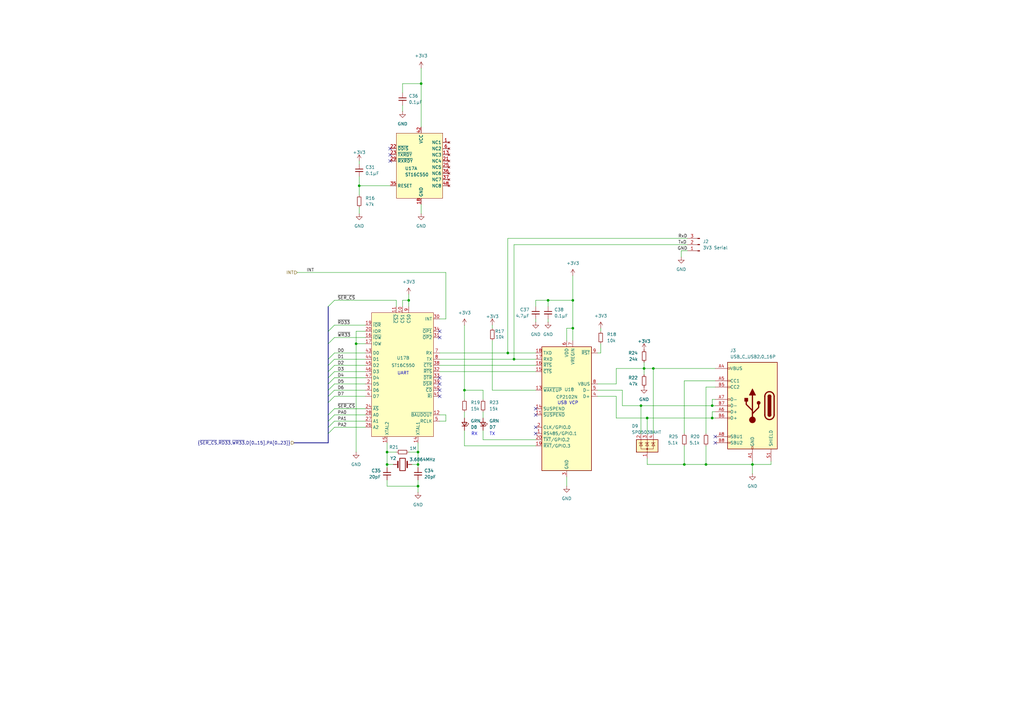
<source format=kicad_sch>
(kicad_sch (version 20231120) (generator "eeschema") (generator_version "8.0")
  (paper "A3")
  (title_block (title "NS32016 Toy PCB") (date "2024-07-24") (rev "Rev 2") (comment 1 "bson@rockgarden.net") (comment 2 "Jan Brittenson") (comment 3 "UART, USB VCP"))
  (lib_symbols
    (symbol "CP2102N:CP2102N-QFN20"
      (property "Reference" "U" (at -8.89 26.67 0))
      (property "Value" "CP2102N-QFN20" (at 12.7 26.67 0))
      (symbol "CP2102N-QFN20_0_1"
        (rectangle (start -10.16 25.4) (end 10.16 -25.4) (stroke (width 0.254)) (fill (type background)))
      )
      (symbol "CP2102N-QFN20_1_1"
        (pin bidirectional line (at 12.7 -10.16 180) (length 2.54) (name "RS485/GPIO.1") (number "1"))
        (pin no_connect line (at -10.16 -22.86 0) (length 2.54) hide (name "NC") (number "10"))
        (pin output line (at 12.7 -2.54 180) (length 2.54) (name "~{SUSPEND}") (number "11"))
        (pin passive line (at 0 -27.94 90) (length 2.54) hide (name "GND") (number "12"))
        (pin input line (at 12.7 7.62 180) (length 2.54) (name "~{WAKEUP}") (number "13"))
        (pin output line (at 12.7 0 180) (length 2.54) (name "SUSPEND") (number "14"))
        (pin input line (at 12.7 15.24 180) (length 2.54) (name "~{CTS}") (number "15"))
        (pin output line (at 12.7 17.78 180) (length 2.54) (name "~{RTS}") (number "16"))
        (pin input line (at 12.7 20.32 180) (length 2.54) (name "RXD") (number "17"))
        (pin output line (at 12.7 22.86 180) (length 2.54) (name "TXD") (number "18"))
        (pin bidirectional line (at 12.7 -15.24 180) (length 2.54) (name "~{RXT}/GPIO.3") (number "19"))
        (pin bidirectional line (at 12.7 -7.62 180) (length 2.54) (name "CLK/GPIO.0") (number "2"))
        (pin bidirectional line (at 12.7 -12.7 180) (length 2.54) (name "~{TXT}/GPIO.2") (number "20"))
        (pin power_in line (at 0 -27.94 90) (length 2.54) (name "GND") (number "3"))
        (pin bidirectional line (at -12.7 5.08 0) (length 2.54) (name "D+") (number "4"))
        (pin bidirectional line (at -12.7 7.62 0) (length 2.54) (name "D-") (number "5"))
        (pin power_in line (at 0 27.94 270) (length 2.54) (name "VDD") (number "6"))
        (pin power_in line (at -2.54 27.94 270) (length 2.54) (name "VREGIN") (number "7"))
        (pin input line (at -12.7 10.16 0) (length 2.54) (name "VBUS") (number "8"))
        (pin input line (at -12.7 22.86 0) (length 2.54) (name "~{RST}") (number "9"))
      )
    )
    (symbol "Connector:Conn_01x03_Pin" (pin_names (offset 1.016) hide)
      (property "Reference" "J" (at 0 5.08 0))
      (property "Value" "Conn_01x03_Pin" (at 0 -5.08 0))
      (symbol "Conn_01x03_Pin_1_1"
        (polyline (pts (xy 1.27 -2.54) (xy 0.8636 -2.54)) (stroke (width 0.1524)))
        (polyline (pts (xy 1.27 0) (xy 0.8636 0)) (stroke (width 0.1524)))
        (polyline (pts (xy 1.27 2.54) (xy 0.8636 2.54)) (stroke (width 0.1524)))
        (rectangle (start 0.8636 -2.413) (end 0 -2.667) (stroke (width 0.1524)) (fill (type outline)))
        (rectangle (start 0.8636 0.127) (end 0 -0.127) (stroke (width 0.1524)) (fill (type outline)))
        (rectangle (start 0.8636 2.667) (end 0 2.413) (stroke (width 0.1524)) (fill (type outline)))
        (pin passive line (at 5.08 2.54 180) (length 3.81) (name "Pin_1") (number "1"))
        (pin passive line (at 5.08 0 180) (length 3.81) (name "Pin_2") (number "2"))
        (pin passive line (at 5.08 -2.54 180) (length 3.81) (name "Pin_3") (number "3"))
      )
    )
    (symbol "Connector:USB_C_Receptacle_USB2.0_16P" (pin_names (offset 1.016))
      (property "Reference" "J" (at 0 22.225 0))
      (property "Value" "USB_C_Receptacle_USB2.0_16P" (at 0 19.685 0))
      (symbol "USB_C_Receptacle_USB2.0_16P_0_0"
        (rectangle (start -0.254 -17.78) (end 0.254 -16.764))
        (rectangle (start 10.16 -14.986) (end 9.144 -15.494))
        (rectangle (start 10.16 -12.446) (end 9.144 -12.954))
        (rectangle (start 10.16 -4.826) (end 9.144 -5.334))
        (rectangle (start 10.16 -2.286) (end 9.144 -2.794))
        (rectangle (start 10.16 0.254) (end 9.144 -0.254))
        (rectangle (start 10.16 2.794) (end 9.144 2.286))
        (rectangle (start 10.16 7.874) (end 9.144 7.366))
        (rectangle (start 10.16 10.414) (end 9.144 9.906))
        (rectangle (start 10.16 15.494) (end 9.144 14.986))
      )
      (symbol "USB_C_Receptacle_USB2.0_16P_0_1"
        (rectangle (start -10.16 17.78) (end 10.16 -17.78) (stroke (width 0.254)) (fill (type background)))
        (arc (start -8.89 -3.81) (mid -6.985 -5.7067) (end -5.08 -3.81) (stroke (width 0.508)))
        (arc (start -7.62 -3.81) (mid -6.985 -4.4423) (end -6.35 -3.81) (stroke (width 0.254)))
        (arc (start -7.62 -3.81) (mid -6.985 -4.4423) (end -6.35 -3.81) (stroke (width 0.254)) (fill (type outline)))
        (rectangle (start -7.62 -3.81) (end -6.35 3.81) (stroke (width 0.254)) (fill (type outline)))
        (arc (start -6.35 3.81) (mid -6.985 4.4423) (end -7.62 3.81) (stroke (width 0.254)))
        (arc (start -6.35 3.81) (mid -6.985 4.4423) (end -7.62 3.81) (stroke (width 0.254)) (fill (type outline)))
        (arc (start -5.08 3.81) (mid -6.985 5.7067) (end -8.89 3.81) (stroke (width 0.508)))
        (circle (center -2.54 1.143) (radius 0.635) (stroke (width 0.254)) (fill (type outline)))
        (circle (center 0 -5.842) (radius 1.27) (fill (type outline)))
        (polyline (pts (xy -8.89 -3.81) (xy -8.89 3.81)) (stroke (width 0.508)))
        (polyline (pts (xy -5.08 3.81) (xy -5.08 -3.81)) (stroke (width 0.508)))
        (polyline (pts (xy 0 -5.842) (xy 0 4.318)) (stroke (width 0.508)))
        (polyline (pts (xy 0 -3.302) (xy -2.54 -0.762) (xy -2.54 0.508)) (stroke (width 0.508)))
        (polyline (pts (xy 0 -2.032) (xy 2.54 0.508) (xy 2.54 1.778)) (stroke (width 0.508)))
        (polyline (pts (xy -1.27 4.318) (xy 0 6.858) (xy 1.27 4.318) (xy -1.27 4.318)) (stroke (width 0.254)) (fill (type outline)))
        (rectangle (start 1.905 1.778) (end 3.175 3.048) (stroke (width 0.254)) (fill (type outline)))
      )
      (symbol "USB_C_Receptacle_USB2.0_16P_1_1"
        (pin passive line (at 0 -22.86 90) (length 5.08) (name "GND") (number "A1"))
        (pin passive line (at 0 -22.86 90) (length 5.08) hide (name "GND") (number "A12"))
        (pin passive line (at 15.24 15.24 180) (length 5.08) (name "VBUS") (number "A4"))
        (pin bidirectional line (at 15.24 10.16 180) (length 5.08) (name "CC1") (number "A5"))
        (pin bidirectional line (at 15.24 -2.54 180) (length 5.08) (name "D+") (number "A6"))
        (pin bidirectional line (at 15.24 2.54 180) (length 5.08) (name "D-") (number "A7"))
        (pin bidirectional line (at 15.24 -12.7 180) (length 5.08) (name "SBU1") (number "A8"))
        (pin passive line (at 15.24 15.24 180) (length 5.08) hide (name "VBUS") (number "A9"))
        (pin passive line (at 0 -22.86 90) (length 5.08) hide (name "GND") (number "B1"))
        (pin passive line (at 0 -22.86 90) (length 5.08) hide (name "GND") (number "B12"))
        (pin passive line (at 15.24 15.24 180) (length 5.08) hide (name "VBUS") (number "B4"))
        (pin bidirectional line (at 15.24 7.62 180) (length 5.08) (name "CC2") (number "B5"))
        (pin bidirectional line (at 15.24 -5.08 180) (length 5.08) (name "D+") (number "B6"))
        (pin bidirectional line (at 15.24 0 180) (length 5.08) (name "D-") (number "B7"))
        (pin bidirectional line (at 15.24 -15.24 180) (length 5.08) (name "SBU2") (number "B8"))
        (pin passive line (at 15.24 15.24 180) (length 5.08) hide (name "VBUS") (number "B9"))
        (pin passive line (at -7.62 -22.86 90) (length 5.08) (name "SHIELD") (number "S1"))
      )
    )
    (symbol "Device:C_Small" (pin_numbers hide) (pin_names (offset 0.254) hide)
      (property "Reference" "C" (at 0.254 1.778 0))
      (property "Value" "C_Small" (at 0.254 -2.032 0))
      (symbol "C_Small_0_1"
        (polyline (pts (xy -1.524 -0.508) (xy 1.524 -0.508)) (stroke (width 0.3302)))
        (polyline (pts (xy -1.524 0.508) (xy 1.524 0.508)) (stroke (width 0.3048)))
      )
      (symbol "C_Small_1_1"
        (pin passive line (at 0 2.54 270) (length 2.032) (name "~") (number "1"))
        (pin passive line (at 0 -2.54 90) (length 2.032) (name "~") (number "2"))
      )
    )
    (symbol "Device:Crystal" (pin_numbers hide) (pin_names (offset 1.016) hide)
      (property "Reference" "Y" (at 0 3.81 0))
      (property "Value" "Crystal" (at 0 -3.81 0))
      (symbol "Crystal_0_1"
        (rectangle (start -1.143 2.54) (end 1.143 -2.54) (stroke (width 0.3048)))
        (polyline (pts (xy -2.54 0) (xy -1.905 0)))
        (polyline (pts (xy -1.905 -1.27) (xy -1.905 1.27)) (stroke (width 0.508)))
        (polyline (pts (xy 1.905 -1.27) (xy 1.905 1.27)) (stroke (width 0.508)))
        (polyline (pts (xy 2.54 0) (xy 1.905 0)))
      )
      (symbol "Crystal_1_1"
        (pin passive line (at -3.81 0 0) (length 1.27) (name "1") (number "1"))
        (pin passive line (at 3.81 0 180) (length 1.27) (name "2") (number "2"))
      )
    )
    (symbol "Device:LED_Small" (pin_numbers hide) (pin_names (offset 0.254) hide)
      (property "Reference" "D" (at -1.27 3.175 0))
      (property "Value" "LED_Small" (at -4.445 -2.54 0))
      (symbol "LED_Small_0_1"
        (polyline (pts (xy -0.762 -1.016) (xy -0.762 1.016)) (stroke (width 0.254)))
        (polyline (pts (xy 1.016 0) (xy -0.762 0)))
        (polyline (pts (xy 0.762 -1.016) (xy -0.762 0) (xy 0.762 1.016) (xy 0.762 -1.016)) (stroke (width 0.254)))
        (polyline (pts (xy 0 0.762) (xy -0.508 1.27) (xy -0.254 1.27) (xy -0.508 1.27) (xy -0.508 1.016)))
        (polyline (pts (xy 0.508 1.27) (xy 0 1.778) (xy 0.254 1.778) (xy 0 1.778) (xy 0 1.524)))
      )
      (symbol "LED_Small_1_1"
        (pin passive line (at -2.54 0 0) (length 1.778) (name "K") (number "1"))
        (pin passive line (at 2.54 0 180) (length 1.778) (name "A") (number "2"))
      )
    )
    (symbol "Device:R_Small" (pin_numbers hide) (pin_names (offset 0.254) hide)
      (property "Reference" "R" (at 0.762 0.508 0))
      (property "Value" "R_Small" (at 0.762 -1.016 0))
      (symbol "R_Small_0_1"
        (rectangle (start -0.762 1.778) (end 0.762 -1.778) (stroke (width 0.2032)))
      )
      (symbol "R_Small_1_1"
        (pin passive line (at 0 2.54 270) (length 0.762) (name "~") (number "1"))
        (pin passive line (at 0 -2.54 90) (length 0.762) (name "~") (number "2"))
      )
    )
    (symbol "Power_Protection:SP0503BAHT" (pin_names hide)
      (property "Reference" "D" (at 5.715 2.54 0))
      (property "Value" "SP0503BAHT" (at 5.715 0.635 0))
      (symbol "SP0503BAHT_0_0"
        (pin passive line (at 0 -5.08 90) (length 2.54) (name "A") (number "1"))
      )
      (symbol "SP0503BAHT_0_1"
        (rectangle (start -4.445 2.54) (end 4.445 -2.54) (stroke (width 0.254)) (fill (type background)))
        (circle (center 0 -1.27) (radius 0.254) (fill (type outline)))
        (polyline (pts (xy -2.54 2.54) (xy -2.54 1.27)))
        (polyline (pts (xy 0 -1.27) (xy 0 -2.54)))
        (polyline (pts (xy 0 -1.27) (xy 0 1.27)))
        (polyline (pts (xy 0 2.54) (xy 0 1.27)))
        (polyline (pts (xy 0.635 1.27) (xy 0.762 1.27)))
        (polyline (pts (xy 2.54 2.54) (xy 2.54 1.27)))
        (polyline (pts (xy 0.635 1.27) (xy -0.762 1.27) (xy -0.762 1.016)))
        (polyline (pts (xy -3.302 1.016) (xy -3.302 1.27) (xy -1.905 1.27) (xy -1.778 1.27)))
        (polyline (pts (xy -2.54 1.27) (xy -2.54 -1.27) (xy 2.54 -1.27) (xy 2.54 1.27)))
        (polyline (pts (xy -2.54 1.27) (xy -1.905 0) (xy -3.175 0) (xy -2.54 1.27)))
        (polyline (pts (xy 0.635 0) (xy -0.635 0) (xy 0 1.27) (xy 0.635 0)))
        (polyline (pts (xy 1.778 1.016) (xy 1.778 1.27) (xy 3.175 1.27) (xy 3.302 1.27)))
        (polyline (pts (xy 2.54 1.27) (xy 1.905 0) (xy 3.175 0) (xy 2.54 1.27)))
      )
      (symbol "SP0503BAHT_1_1"
        (pin passive line (at -2.54 5.08 270) (length 2.54) (name "K") (number "2"))
        (pin passive line (at 0 5.08 270) (length 2.54) (name "K") (number "3"))
        (pin passive line (at 2.54 5.08 270) (length 2.54) (name "K") (number "4"))
      )
    )
    (symbol "ST16C550:ST16C550"
      (property "Reference" "U" (at 0 0 0))
      (symbol "ST16C550_1_1"
        (rectangle (start -10.16 6.35) (end 8.89 -20.32) (fill (type background)))
        (pin no_connect line (at 11.43 2.54 180) (length 2.54) (name "NC1") (number "1"))
        (pin no_connect line (at 11.43 -2.54 180) (length 2.54) (name "NC3") (number "13"))
        (pin power_in line (at 0 -22.86 90) (length 2.54) (name "GND") (number "18"))
        (pin no_connect line (at 11.43 -5.08 180) (length 2.54) (name "NC4") (number "21"))
        (pin output line (at -12.7 0 0) (length 2.54) (name "~{DDIS}") (number "22"))
        (pin output line (at -12.7 -2.54 0) (length 2.54) (name "~{TXRDY}") (number "23"))
        (pin no_connect line (at 11.43 -7.62 180) (length 2.54) (name "NC5") (number "25"))
        (pin output line (at -12.7 -5.08 0) (length 2.54) (name "~{RXRDY}") (number "29"))
        (pin input line (at -12.7 -15.24 0) (length 2.54) (name "RESET") (number "35"))
        (pin no_connect line (at 11.43 -10.16 180) (length 2.54) (name "NC6") (number "36"))
        (pin no_connect line (at 11.43 -12.7 180) (length 2.54) (name "NC7") (number "37"))
        (pin power_in line (at 0 8.89 270) (length 2.54) (name "VCC") (number "42"))
        (pin no_connect line (at 11.43 -15.24 180) (length 2.54) (name "NC8") (number "48"))
        (pin no_connect line (at 11.43 0 180) (length 2.54) (name "NC2") (number "6"))
      )
      (symbol "ST16C550_2_1"
        (rectangle (start -11.43 22.86) (end 13.97 -27.94) (fill (type background)))
        (pin input line (at 1.27 25.4 270) (length 2.54) (name "CS1") (number "10"))
        (pin input line (at -1.27 25.4 270) (length 2.54) (name "~{CS2}") (number "11"))
        (pin output line (at 16.51 -19.05 180) (length 2.54) (name "~{BAUDOUT}") (number "12"))
        (pin input line (at 7.62 -30.48 90) (length 2.54) (name "XTAL1") (number "14"))
        (pin output line (at -5.08 -30.48 90) (length 2.54) (name "XTAL2") (number "15"))
        (pin input line (at -13.97 12.7 0) (length 2.54) (name "~{IOW}") (number "16"))
        (pin input line (at -13.97 10.16 0) (length 2.54) (name "IOW") (number "17"))
        (pin input line (at -13.97 17.78 0) (length 2.54) (name "~{IOR}") (number "19"))
        (pin bidirectional line (at -13.97 -6.35 0) (length 2.54) (name "D5") (number "2"))
        (pin input line (at -13.97 15.24 0) (length 2.54) (name "IOR") (number "20"))
        (pin input line (at -13.97 -16.51 0) (length 2.54) (name "~{AS}") (number "24"))
        (pin input line (at -13.97 -24.13 0) (length 2.54) (name "A2") (number "26"))
        (pin input line (at -13.97 -21.59 0) (length 2.54) (name "A1") (number "27"))
        (pin input line (at -13.97 -19.05 0) (length 2.54) (name "A0") (number "28"))
        (pin bidirectional line (at -13.97 -8.89 0) (length 2.54) (name "D6") (number "3"))
        (pin output line (at 16.51 20.32 180) (length 2.54) (name "INT") (number "30"))
        (pin output line (at 16.51 12.7 180) (length 2.54) (name "~{OP2}") (number "31"))
        (pin output line (at 16.51 -1.27 180) (length 2.54) (name "~{RTS}") (number "32"))
        (pin output line (at 16.51 -3.81 180) (length 2.54) (name "~{DTR}") (number "33"))
        (pin output line (at 16.51 15.24 180) (length 2.54) (name "~{OP1}") (number "34"))
        (pin input line (at 16.51 1.27 180) (length 2.54) (name "~{CTS}") (number "38"))
        (pin input line (at 16.51 -6.35 180) (length 2.54) (name "~{DSR}") (number "39"))
        (pin bidirectional line (at -13.97 -11.43 0) (length 2.54) (name "D7") (number "4"))
        (pin input line (at 16.51 -8.89 180) (length 2.54) (name "~{CD}") (number "40"))
        (pin input line (at 16.51 -11.43 180) (length 2.54) (name "~{RI}") (number "41"))
        (pin bidirectional line (at -13.97 6.35 0) (length 2.54) (name "D0") (number "43"))
        (pin bidirectional line (at -13.97 3.81 0) (length 2.54) (name "D1") (number "44"))
        (pin bidirectional line (at -13.97 1.27 0) (length 2.54) (name "D2") (number "45"))
        (pin bidirectional line (at -13.97 -1.27 0) (length 2.54) (name "D3") (number "46"))
        (pin bidirectional line (at -13.97 -3.81 0) (length 2.54) (name "D4") (number "47"))
        (pin input line (at 16.51 -21.59 180) (length 2.54) (name "RCLK") (number "5"))
        (pin input line (at 16.51 6.35 180) (length 2.54) (name "RX") (number "7"))
        (pin output line (at 16.51 3.81 180) (length 2.54) (name "TX") (number "8"))
        (pin input line (at 3.81 25.4 270) (length 2.54) (name "CS0") (number "9"))
      )
    )
    (symbol "power:+3V3" (power) (pin_numbers hide) (pin_names (offset 0) hide)
      (property "Value" "+3V3" (at 0 3.556 0))
      (symbol "+3V3_0_1"
        (polyline (pts (xy -0.762 1.27) (xy 0 2.54)))
        (polyline (pts (xy 0 0) (xy 0 2.54)))
        (polyline (pts (xy 0 2.54) (xy 0.762 1.27)))
      )
      (symbol "+3V3_1_1"
        (pin power_in line (at 0 0 90) (length 0) (name "~") (number "1"))
      )
    )
    (symbol "power:GND" (power) (pin_numbers hide) (pin_names (offset 0) hide)
      (property "Value" "GND" (at 0 -3.81 0))
      (symbol "GND_0_1"
        (polyline (pts (xy 0 0) (xy 0 -1.27) (xy 1.27 -1.27) (xy 0 -2.54) (xy -1.27 -1.27) (xy 0 -1.27)))
      )
      (symbol "GND_1_1"
        (pin power_in line (at 0 0 270) (length 0) (name "~") (number "1"))
      )
    )
  )
  (junction (at 172.72 34.29))
  (junction (at 267.97 151.13))
  (junction (at 292.1 166.37))
  (junction (at 234.95 134.62))
  (junction (at 224.79 123.19))
  (junction (at 167.64 123.19))
  (junction (at 171.45 185.42))
  (junction (at 208.28 144.78))
  (junction (at 289.56 190.5))
  (junction (at 292.1 171.45))
  (junction (at 308.61 190.5))
  (junction (at 158.75 190.5))
  (junction (at 210.82 147.32))
  (junction (at 280.67 190.5))
  (junction (at 146.05 140.97))
  (junction (at 171.45 199.39))
  (junction (at 262.89 166.37))
  (junction (at 264.16 151.13))
  (junction (at 190.5 160.02))
  (junction (at 234.95 123.19))
  (junction (at 265.43 171.45))
  (junction (at 158.75 185.42))
  (junction (at 147.32 76.2))
  (junction (at 171.45 190.5))
  (no_connect (at 219.71 177.8))
  (no_connect (at 293.37 181.61))
  (no_connect (at 160.02 66.04))
  (no_connect (at 219.71 167.64))
  (no_connect (at 180.34 138.43))
  (no_connect (at 180.34 162.56))
  (no_connect (at 160.02 60.96))
  (no_connect (at 293.37 179.07))
  (no_connect (at 160.02 63.5))
  (no_connect (at 180.34 157.48))
  (no_connect (at 219.71 170.18))
  (no_connect (at 180.34 154.94))
  (no_connect (at 219.71 175.26))
  (no_connect (at 180.34 160.02))
  (no_connect (at 180.34 135.89))
  (bus_entry (at 134.62 162.56) (size 2.54 -2.54))
  (bus_entry (at 134.62 172.72) (size 2.54 -2.54))
  (bus_entry (at 137.16 167.64) (size -2.54 2.54))
  (bus_entry (at 134.62 140.97) (size 2.54 -2.54))
  (bus_entry (at 134.62 165.1) (size 2.54 -2.54))
  (bus_entry (at 134.62 147.32) (size 2.54 -2.54))
  (bus_entry (at 137.16 172.72) (size -2.54 2.54))
  (bus_entry (at 134.62 149.86) (size 2.54 -2.54))
  (bus_entry (at 134.62 152.4) (size 2.54 -2.54))
  (bus_entry (at 134.62 135.89) (size 2.54 -2.54))
  (bus_entry (at 134.62 160.02) (size 2.54 -2.54))
  (bus_entry (at 137.16 123.19) (size -2.54 2.54))
  (bus_entry (at 134.62 157.48) (size 2.54 -2.54))
  (bus_entry (at 137.16 175.26) (size -2.54 2.54))
  (bus_entry (at 134.62 154.94) (size 2.54 -2.54))
  (wire (pts (xy 137.16 147.32) (xy 149.86 147.32)))
  (bus (pts (xy 134.62 125.73) (xy 134.62 135.89)))
  (wire (pts (xy 281.94 97.79) (xy 208.28 97.79)))
  (bus (pts (xy 134.62 154.94) (xy 134.62 157.48)))
  (wire (pts (xy 137.16 133.35) (xy 149.86 133.35)))
  (wire (pts (xy 158.75 185.42) (xy 162.56 185.42)))
  (wire (pts (xy 147.32 66.04) (xy 147.32 67.31)))
  (wire (pts (xy 190.5 176.53) (xy 190.5 182.88)))
  (wire (pts (xy 245.11 162.56) (xy 252.73 162.56)))
  (wire (pts (xy 264.16 151.13) (xy 267.97 151.13)))
  (wire (pts (xy 137.16 167.64) (xy 149.86 167.64)))
  (bus (pts (xy 134.62 135.89) (xy 134.62 140.97)))
  (wire (pts (xy 246.38 134.62) (xy 246.38 135.89)))
  (wire (pts (xy 190.5 163.83) (xy 190.5 160.02)))
  (wire (pts (xy 180.34 144.78) (xy 208.28 144.78)))
  (wire (pts (xy 182.88 130.81) (xy 182.88 111.76)))
  (wire (pts (xy 147.32 85.09) (xy 147.32 87.63)))
  (bus (pts (xy 134.62 147.32) (xy 134.62 149.86)))
  (wire (pts (xy 137.16 172.72) (xy 149.86 172.72)))
  (wire (pts (xy 252.73 151.13) (xy 252.73 157.48)))
  (wire (pts (xy 171.45 181.61) (xy 171.45 185.42)))
  (wire (pts (xy 137.16 160.02) (xy 149.86 160.02)))
  (wire (pts (xy 146.05 140.97) (xy 149.86 140.97)))
  (wire (pts (xy 232.41 195.58) (xy 232.41 199.39)))
  (wire (pts (xy 146.05 140.97) (xy 146.05 135.89)))
  (wire (pts (xy 265.43 171.45) (xy 292.1 171.45)))
  (wire (pts (xy 198.12 180.34) (xy 219.71 180.34)))
  (wire (pts (xy 146.05 135.89) (xy 149.86 135.89)))
  (wire (pts (xy 158.75 196.85) (xy 158.75 199.39)))
  (wire (pts (xy 264.16 148.59) (xy 264.16 151.13)))
  (wire (pts (xy 210.82 147.32) (xy 219.71 147.32)))
  (wire (pts (xy 316.23 190.5) (xy 308.61 190.5)))
  (wire (pts (xy 180.34 130.81) (xy 182.88 130.81)))
  (wire (pts (xy 264.16 151.13) (xy 252.73 151.13)))
  (wire (pts (xy 165.1 43.18) (xy 165.1 45.72)))
  (wire (pts (xy 234.95 123.19) (xy 234.95 134.62)))
  (bus (pts (xy 134.62 160.02) (xy 134.62 162.56)))
  (wire (pts (xy 281.94 100.33) (xy 210.82 100.33)))
  (wire (pts (xy 190.5 182.88) (xy 219.71 182.88)))
  (wire (pts (xy 292.1 163.83) (xy 293.37 163.83)))
  (wire (pts (xy 224.79 123.19) (xy 224.79 125.73)))
  (wire (pts (xy 246.38 140.97) (xy 246.38 144.78)))
  (wire (pts (xy 234.95 134.62) (xy 234.95 139.7)))
  (wire (pts (xy 208.28 97.79) (xy 208.28 144.78)))
  (wire (pts (xy 292.1 166.37) (xy 292.1 163.83)))
  (wire (pts (xy 280.67 182.88) (xy 280.67 190.5)))
  (wire (pts (xy 224.79 130.81) (xy 224.79 132.08)))
  (wire (pts (xy 182.88 170.18) (xy 182.88 172.72)))
  (wire (pts (xy 180.34 147.32) (xy 210.82 147.32)))
  (wire (pts (xy 252.73 171.45) (xy 265.43 171.45)))
  (wire (pts (xy 162.56 123.19) (xy 162.56 125.73)))
  (wire (pts (xy 201.93 160.02) (xy 219.71 160.02)))
  (bus (pts (xy 134.62 177.8) (xy 134.62 181.61)))
  (wire (pts (xy 198.12 163.83) (xy 198.12 160.02)))
  (wire (pts (xy 147.32 76.2) (xy 147.32 80.01)))
  (wire (pts (xy 137.16 157.48) (xy 149.86 157.48)))
  (wire (pts (xy 289.56 182.88) (xy 289.56 190.5)))
  (wire (pts (xy 158.75 199.39) (xy 171.45 199.39)))
  (wire (pts (xy 146.05 185.42) (xy 146.05 140.97)))
  (wire (pts (xy 308.61 190.5) (xy 308.61 194.31)))
  (wire (pts (xy 293.37 166.37) (xy 292.1 166.37)))
  (bus (pts (xy 134.62 140.97) (xy 134.62 147.32)))
  (bus (pts (xy 134.62 170.18) (xy 134.62 172.72)))
  (wire (pts (xy 137.16 123.19) (xy 162.56 123.19)))
  (wire (pts (xy 316.23 189.23) (xy 316.23 190.5)))
  (bus (pts (xy 134.62 181.61) (xy 120.65 181.61)))
  (wire (pts (xy 165.1 38.1) (xy 165.1 34.29)))
  (wire (pts (xy 262.89 166.37) (xy 292.1 166.37)))
  (wire (pts (xy 201.93 134.62) (xy 201.93 133.35)))
  (wire (pts (xy 279.4 102.87) (xy 281.94 102.87)))
  (wire (pts (xy 265.43 171.45) (xy 265.43 177.8)))
  (wire (pts (xy 279.4 105.41) (xy 279.4 102.87)))
  (wire (pts (xy 224.79 123.19) (xy 219.71 123.19)))
  (wire (pts (xy 265.43 190.5) (xy 265.43 187.96)))
  (wire (pts (xy 246.38 144.78) (xy 245.11 144.78)))
  (wire (pts (xy 137.16 170.18) (xy 149.86 170.18)))
  (wire (pts (xy 280.67 156.21) (xy 280.67 177.8)))
  (wire (pts (xy 265.43 190.5) (xy 280.67 190.5)))
  (wire (pts (xy 255.27 160.02) (xy 255.27 166.37)))
  (wire (pts (xy 172.72 83.82) (xy 172.72 87.63)))
  (wire (pts (xy 308.61 189.23) (xy 308.61 190.5)))
  (wire (pts (xy 167.64 123.19) (xy 165.1 123.19)))
  (bus (pts (xy 134.62 175.26) (xy 134.62 177.8)))
  (wire (pts (xy 234.95 134.62) (xy 232.41 134.62)))
  (wire (pts (xy 180.34 170.18) (xy 182.88 170.18)))
  (wire (pts (xy 252.73 157.48) (xy 245.11 157.48)))
  (wire (pts (xy 289.56 190.5) (xy 308.61 190.5)))
  (wire (pts (xy 255.27 166.37) (xy 262.89 166.37)))
  (wire (pts (xy 280.67 190.5) (xy 289.56 190.5)))
  (wire (pts (xy 267.97 151.13) (xy 267.97 177.8)))
  (bus (pts (xy 134.62 149.86) (xy 134.62 152.4)))
  (wire (pts (xy 171.45 185.42) (xy 171.45 190.5)))
  (wire (pts (xy 293.37 171.45) (xy 292.1 171.45)))
  (wire (pts (xy 208.28 144.78) (xy 219.71 144.78)))
  (wire (pts (xy 293.37 151.13) (xy 267.97 151.13)))
  (wire (pts (xy 172.72 27.94) (xy 172.72 34.29)))
  (wire (pts (xy 219.71 130.81) (xy 219.71 132.08)))
  (wire (pts (xy 198.12 171.45) (xy 198.12 168.91)))
  (wire (pts (xy 252.73 162.56) (xy 252.73 171.45)))
  (wire (pts (xy 292.1 168.91) (xy 293.37 168.91)))
  (wire (pts (xy 180.34 152.4) (xy 219.71 152.4)))
  (wire (pts (xy 158.75 185.42) (xy 158.75 190.5)))
  (bus (pts (xy 134.62 157.48) (xy 134.62 160.02)))
  (bus (pts (xy 134.62 152.4) (xy 134.62 154.94)))
  (wire (pts (xy 264.16 151.13) (xy 264.16 153.67)))
  (wire (pts (xy 167.64 185.42) (xy 171.45 185.42)))
  (wire (pts (xy 137.16 149.86) (xy 149.86 149.86)))
  (wire (pts (xy 167.64 120.65) (xy 167.64 123.19)))
  (wire (pts (xy 172.72 34.29) (xy 172.72 52.07)))
  (wire (pts (xy 171.45 196.85) (xy 171.45 199.39)))
  (wire (pts (xy 219.71 123.19) (xy 219.71 125.73)))
  (wire (pts (xy 190.5 133.35) (xy 190.5 160.02)))
  (wire (pts (xy 137.16 138.43) (xy 149.86 138.43)))
  (wire (pts (xy 165.1 34.29) (xy 172.72 34.29)))
  (wire (pts (xy 245.11 160.02) (xy 255.27 160.02)))
  (wire (pts (xy 171.45 190.5) (xy 171.45 191.77)))
  (wire (pts (xy 137.16 175.26) (xy 149.86 175.26)))
  (bus (pts (xy 134.62 165.1) (xy 134.62 170.18)))
  (wire (pts (xy 137.16 162.56) (xy 149.86 162.56)))
  (wire (pts (xy 293.37 158.75) (xy 289.56 158.75)))
  (wire (pts (xy 293.37 156.21) (xy 280.67 156.21)))
  (wire (pts (xy 137.16 154.94) (xy 149.86 154.94)))
  (wire (pts (xy 198.12 176.53) (xy 198.12 180.34)))
  (wire (pts (xy 234.95 123.19) (xy 224.79 123.19)))
  (wire (pts (xy 147.32 72.39) (xy 147.32 76.2)))
  (wire (pts (xy 292.1 171.45) (xy 292.1 168.91)))
  (bus (pts (xy 134.62 162.56) (xy 134.62 165.1)))
  (wire (pts (xy 158.75 190.5) (xy 158.75 191.77)))
  (wire (pts (xy 198.12 160.02) (xy 190.5 160.02)))
  (wire (pts (xy 262.89 166.37) (xy 262.89 177.8)))
  (wire (pts (xy 201.93 139.7) (xy 201.93 160.02)))
  (wire (pts (xy 171.45 190.5) (xy 168.91 190.5)))
  (wire (pts (xy 137.16 152.4) (xy 149.86 152.4)))
  (wire (pts (xy 158.75 190.5) (xy 161.29 190.5)))
  (wire (pts (xy 232.41 134.62) (xy 232.41 139.7)))
  (wire (pts (xy 137.16 144.78) (xy 149.86 144.78)))
  (bus (pts (xy 134.62 172.72) (xy 134.62 175.26)))
  (wire (pts (xy 160.02 76.2) (xy 147.32 76.2)))
  (wire (pts (xy 180.34 172.72) (xy 182.88 172.72)))
  (wire (pts (xy 210.82 100.33) (xy 210.82 147.32)))
  (wire (pts (xy 165.1 123.19) (xy 165.1 125.73)))
  (wire (pts (xy 190.5 171.45) (xy 190.5 168.91)))
  (wire (pts (xy 121.92 111.76) (xy 182.88 111.76)))
  (wire (pts (xy 180.34 149.86) (xy 219.71 149.86)))
  (wire (pts (xy 167.64 123.19) (xy 167.64 125.73)))
  (wire (pts (xy 289.56 158.75) (xy 289.56 177.8)))
  (wire (pts (xy 171.45 199.39) (xy 171.45 201.93)))
  (wire (pts (xy 158.75 181.61) (xy 158.75 185.42)))
  (wire (pts (xy 234.95 113.03) (xy 234.95 123.19)))
  (text "RX" (at 194.564 178.054 0) (effects (font (size 1.27 1.27))))
  (text "USB VCP" (at 232.918 165.354 0) (effects (font (size 1.27 1.27))))
  (text "UART" (at 165.354 153.162 0) (effects (font (size 1.27 1.27))))
  (text "TX" (at 201.93 178.054 0) (effects (font (size 1.27 1.27))))
  (label "~{WR33}" (at 138.43 138.43 0))
  (label "PA2" (at 138.43 175.26 0))
  (label "PA1" (at 138.43 172.72 0))
  (label "~{SER_CS}" (at 138.43 123.19 0))
  (label "INT" (at 125.73 111.76 0))
  (label "D7" (at 138.43 162.56 0))
  (label "D5" (at 138.43 157.48 0))
  (label "D1" (at 138.43 147.32 0))
  (label "RxD" (at 278.13 97.79 0))
  (label "D3" (at 138.43 152.4 0))
  (label "D4" (at 138.43 154.94 0))
  (label "PA0" (at 138.43 170.18 0))
  (label "D2" (at 138.43 149.86 0))
  (label "D0" (at 138.43 144.78 0))
  (label "~{RD33}" (at 138.43 133.35 0))
  (label "D6" (at 138.43 160.02 0))
  (label "GND" (at 281.94 102.87 180))
  (label "TxD" (at 278.13 100.33 0))
  (label "~{SER_CS}" (at 138.43 167.64 0))
  (hierarchical_label "{~{SER_CS},~{RD33},~{WR33},D[0..15],PA[0..23]}" (shape input) (at 120.65 181.61 180))
  (hierarchical_label "INT" (shape input) (at 121.92 111.76 180))
  (symbol (lib_id "power:GND") (at 308.61 194.31 0) (unit 1)
    (property "Reference" "#PWR071" (effects (hide yes)))
    (property "Value" "GND" (at 308.61 199.39 0))
    (property "Description" "Power symbol creates a global label with name \"GND\" , ground" (effects (hide yes)))
  )
  (symbol (lib_id "Device:C_Small") (at 147.32 69.85 0) (unit 1)
    (property "Reference" "C31" (at 149.86 68.5862 0) (effects (justify left)))
    (property "Value" "0.1µF" (at 149.86 71.1262 0) (effects (justify left)))
    (property "Footprint" "Capacitor_SMD:C_0402_1005Metric" (effects (hide yes)))
    (property "Description" "Unpolarized capacitor, small symbol" (effects (hide yes)))
  )
  (symbol (lib_id "power:GND") (at 146.05 185.42 0) (unit 1)
    (property "Reference" "#PWR053" (effects (hide yes)))
    (property "Value" "GND" (at 146.05 190.5 0))
    (property "Description" "Power symbol creates a global label with name \"GND\" , ground" (effects (hide yes)))
  )
  (symbol (lib_id "Device:R_Small") (at 198.12 166.37 0) (unit 1)
    (property "Reference" "R23" (at 200.66 165.0999 0) (effects (justify left)))
    (property "Value" "15k" (at 200.66 167.6399 0) (effects (justify left)))
    (property "Footprint" "Resistor_SMD:R_0402_1005Metric" (effects (hide yes)))
    (property "Description" "Resistor, small symbol" (effects (hide yes)))
  )
  (symbol (lib_id "power:GND") (at 171.45 201.93 0) (unit 1)
    (property "Reference" "#PWR058" (effects (hide yes)))
    (property "Value" "GND" (at 171.45 207.01 0))
    (property "Description" "Power symbol creates a global label with name \"GND\" , ground" (effects (hide yes)))
  )
  (symbol (lib_id "power:+3V3") (at 172.72 27.94 0) (unit 1)
    (property "Reference" "#PWR059" (effects (hide yes)))
    (property "Value" "+3V3" (at 172.72 22.86 0))
    (property "Description" "Power symbol creates a global label with name \"+3V3\"" (effects (hide yes)))
  )
  (symbol (lib_id "power:GND") (at 172.72 87.63 0) (unit 1)
    (property "Reference" "#PWR060" (effects (hide yes)))
    (property "Value" "GND" (at 172.72 92.71 0))
    (property "Description" "Power symbol creates a global label with name \"GND\" , ground" (effects (hide yes)))
  )
  (symbol (lib_id "Device:C_Small") (at 165.1 40.64 0) (unit 1)
    (property "Reference" "C36" (at 167.64 39.3762 0) (effects (justify left)))
    (property "Value" "0.1µF" (at 167.64 41.9162 0) (effects (justify left)))
    (property "Footprint" "Capacitor_SMD:C_0402_1005Metric" (effects (hide yes)))
    (property "Description" "Unpolarized capacitor, small symbol" (effects (hide yes)))
  )
  (symbol (lib_id "Device:R_Small") (at 190.5 166.37 0) (unit 1)
    (property "Reference" "R19" (at 193.04 165.0999 0) (effects (justify left)))
    (property "Value" "15k" (at 193.04 167.6399 0) (effects (justify left)))
    (property "Footprint" "Resistor_SMD:R_0402_1005Metric" (effects (hide yes)))
    (property "Description" "Resistor, small symbol" (effects (hide yes)))
  )
  (symbol (lib_id "power:GND") (at 279.4 105.41 0) (unit 1)
    (property "Reference" "#PWR070" (effects (hide yes)))
    (property "Value" "GND" (at 279.4 110.49 0))
    (property "Description" "Power symbol creates a global label with name \"GND\" , ground" (effects (hide yes)))
  )
  (symbol (lib_id "power:GND") (at 224.79 132.08 0) (unit 1)
    (property "Reference" "#PWR064" (effects (hide yes)))
    (property "Value" "GND" (at 224.79 137.16 0))
    (property "Description" "Power symbol creates a global label with name \"GND\" , ground" (effects (hide yes)))
  )
  (symbol (lib_id "Device:C_Small") (at 171.45 194.31 0) (unit 1)
    (property "Reference" "C34" (at 173.99 193.0462 0) (effects (justify left)))
    (property "Value" "20pF" (at 173.99 195.5862 0) (effects (justify left)))
    (property "Footprint" "Capacitor_SMD:C_0402_1005Metric" (effects (hide yes)))
    (property "Description" "Unpolarized capacitor, small symbol" (effects (hide yes)))
  )
  (symbol (lib_id "power:+3V3") (at 201.93 133.35 0) (unit 1)
    (property "Reference" "#PWR062" (effects (hide yes)))
    (property "Value" "+3V3" (at 201.93 129.794 0))
    (property "Description" "Power symbol creates a global label with name \"+3V3\"" (effects (hide yes)))
  )
  (symbol (lib_id "power:+3V3") (at 234.95 113.03 0) (unit 1)
    (property "Reference" "#PWR066" (effects (hide yes)))
    (property "Value" "+3V3" (at 234.95 107.95 0))
    (property "Description" "Power symbol creates a global label with name \"+3V3\"" (effects (hide yes)))
  )
  (symbol (lib_id "power:GND") (at 147.32 87.63 0) (unit 1)
    (property "Reference" "#PWR055" (effects (hide yes)))
    (property "Value" "GND" (at 147.32 92.71 0))
    (property "Description" "Power symbol creates a global label with name \"GND\" , ground" (effects (hide yes)))
  )
  (symbol (lib_id "Device:LED_Small") (at 198.12 173.99 270) (mirror x) (unit 1)
    (property "Reference" "D7" (at 200.66 175.1966 90) (effects (justify left)))
    (property "Value" "GRN" (at 200.66 172.6566 90) (effects (justify left)))
    (property "Footprint" "Diode_SMD:D_0603_1608Metric" (effects (hide yes)))
    (property "Description" "Light emitting diode, small symbol" (effects (hide yes)))
  )
  (symbol (lib_id "CP2102N:CP2102N-QFN20") (at 232.41 167.64 0) (mirror y) (unit 1)
    (property "Reference" "U18" (at 235.458 159.766 0) (effects (justify left)))
    (property "Value" "CP2102N" (at 236.982 162.814 0) (effects (justify left)))
    (property "Footprint" "CP2102N-QFN:CP2102N-QFN20" (effects (hide yes)))
    (property "Datasheet" "https://www.silabs.com/documents/public/data-sheets/cp2102n-datasheet.pdf" (effects (hide yes)))
    (property "Description" "USB to UART master bridge, QFN-20" (effects (hide yes)))
  )
  (symbol (lib_id "ST16C550:ST16C550") (at 163.83 151.13 0) (unit 2)
    (property "Reference" "U17" (at 165.354 146.812 0))
    (property "Value" "ST16C550" (at 165.354 149.86 0))
    (property "Footprint" "Package_QFP:TQFP-48_7x7mm_P0.5mm" (effects (hide yes)))
  )
  (symbol (lib_id "power:+3V3") (at 246.38 134.62 0) (unit 1)
    (property "Reference" "#PWR067" (effects (hide yes)))
    (property "Value" "+3V3" (at 246.38 129.54 0))
    (property "Description" "Power symbol creates a global label with name \"+3V3\"" (effects (hide yes)))
  )
  (symbol (lib_id "power:GND") (at 219.71 132.08 0) (unit 1)
    (property "Reference" "#PWR063" (effects (hide yes)))
    (property "Value" "GND" (at 219.71 137.16 0))
    (property "Description" "Power symbol creates a global label with name \"GND\" , ground" (effects (hide yes)))
  )
  (symbol (lib_id "Device:R_Small") (at 165.1 185.42 90) (unit 1)
    (property "Reference" "R21" (at 161.544 183.388 90))
    (property "Value" "1M" (at 169.418 183.896 90))
    (property "Footprint" "Resistor_SMD:R_0402_1005Metric" (effects (hide yes)))
    (property "Description" "Resistor, small symbol" (effects (hide yes)))
  )
  (symbol (lib_id "Device:C_Small") (at 219.71 128.27 0) (mirror y) (unit 1)
    (property "Reference" "C37" (at 217.17 127.0062 0) (effects (justify left)))
    (property "Value" "4.7µF" (at 217.17 129.5462 0) (effects (justify left)))
    (property "Footprint" "Capacitor_SMD:C_0805_2012Metric" (effects (hide yes)))
    (property "Description" "Unpolarized capacitor, small symbol" (effects (hide yes)))
  )
  (symbol (lib_id "ST16C550:ST16C550") (at 172.72 60.96 0) (unit 1)
    (property "Reference" "U17" (at 166.116 69.088 0) (effects (justify left)))
    (property "Value" "ST16C550" (at 166.116 71.628 0) (effects (justify left)))
    (property "Footprint" "Package_QFP:TQFP-48_7x7mm_P0.5mm" (effects (hide yes)))
  )
  (symbol (lib_id "power:GND") (at 165.1 45.72 0) (unit 1)
    (property "Reference" "#PWR056" (effects (hide yes)))
    (property "Value" "GND" (at 165.1 50.8 0))
    (property "Description" "Power symbol creates a global label with name \"GND\" , ground" (effects (hide yes)))
  )
  (symbol (lib_id "Device:C_Small") (at 158.75 194.31 0) (mirror y) (unit 1)
    (property "Reference" "C35" (at 156.21 193.0462 0) (effects (justify left)))
    (property "Value" "20pF" (at 156.21 195.5862 0) (effects (justify left)))
    (property "Footprint" "Capacitor_SMD:C_0402_1005Metric" (effects (hide yes)))
    (property "Description" "Unpolarized capacitor, small symbol" (effects (hide yes)))
  )
  (symbol (lib_id "Power_Protection:SP0503BAHT") (at 265.43 182.88 0) (unit 1)
    (property "Reference" "D9" (at 259.08 174.752 0) (effects (justify left)))
    (property "Value" "SP0503BAHT" (at 259.08 177.292 0) (effects (justify left)))
    (property "Footprint" "Package_TO_SOT_SMD:SOT-143" (effects (hide yes)))
    (property "Datasheet" "http://www.littelfuse.com/~/media/files/littelfuse/technical%20resources/documents/data%20sheets/sp05xxba.pdf" (effects (hide yes)))
    (property "Description" "TVS Diode Array, 5.5V Standoff, 3 Channels, SOT-143 package" (effects (hide yes)))
  )
  (symbol (lib_id "power:+3V3") (at 147.32 66.04 0) (unit 1)
    (property "Reference" "#PWR054" (effects (hide yes)))
    (property "Value" "+3V3" (at 147.32 62.484 0))
    (property "Description" "Power symbol creates a global label with name \"+3V3\"" (effects (hide yes)))
  )
  (symbol (lib_id "Device:LED_Small") (at 190.5 173.99 270) (mirror x) (unit 1)
    (property "Reference" "D8" (at 193.04 175.1966 90) (effects (justify left)))
    (property "Value" "GRN" (at 193.04 172.6566 90) (effects (justify left)))
    (property "Footprint" "Diode_SMD:D_0603_1608Metric" (effects (hide yes)))
    (property "Description" "Light emitting diode, small symbol" (effects (hide yes)))
  )
  (symbol (lib_id "power:GND") (at 264.16 158.75 0) (unit 1)
    (property "Reference" "#PWR069" (effects (hide yes)))
    (property "Value" "GND" (at 264.16 163.83 0))
    (property "Description" "Power symbol creates a global label with name \"GND\" , ground" (effects (hide yes)))
  )
  (symbol (lib_id "Device:R_Small") (at 201.93 137.16 0) (unit 1)
    (property "Reference" "R17" (at 202.946 135.89 0) (effects (justify left)))
    (property "Value" "10k" (at 203.2 138.176 0) (effects (justify left)))
    (property "Footprint" "Resistor_SMD:R_0402_1005Metric" (effects (hide yes)))
    (property "Description" "Resistor, small symbol" (effects (hide yes)))
  )
  (symbol (lib_id "Device:Crystal") (at 165.1 190.5 0) (unit 1)
    (property "Reference" "Y2" (at 161.29 187.96 0))
    (property "Value" "3.6864MHz" (at 173.228 188.468 0))
    (property "Footprint" "CSM-7XDU:CSM-7XDU" (effects (hide yes)))
    (property "Description" "Two pin crystal" (effects (hide yes)))
  )
  (symbol (lib_id "Device:C_Small") (at 224.79 128.27 0) (unit 1)
    (property "Reference" "C38" (at 227.33 127.0062 0) (effects (justify left)))
    (property "Value" "0.1µF" (at 227.33 129.5462 0) (effects (justify left)))
    (property "Footprint" "Capacitor_SMD:C_0402_1005Metric" (effects (hide yes)))
    (property "Description" "Unpolarized capacitor, small symbol" (effects (hide yes)))
  )
  (symbol (lib_id "Device:R_Small") (at 264.16 156.21 0) (unit 1)
    (property "Reference" "R22" (at 261.62 154.9399 0) (effects (justify right)))
    (property "Value" "47k" (at 261.62 157.4799 0) (effects (justify right)))
    (property "Footprint" "Resistor_SMD:R_0402_1005Metric" (effects (hide yes)))
    (property "Description" "Resistor, small symbol" (effects (hide yes)))
  )
  (symbol (lib_id "Device:R_Small") (at 147.32 82.55 0) (unit 1)
    (property "Reference" "R16" (at 149.86 81.2799 0) (effects (justify left)))
    (property "Value" "47k" (at 149.86 83.8199 0) (effects (justify left)))
    (property "Footprint" "Resistor_SMD:R_0402_1005Metric" (effects (hide yes)))
    (property "Description" "Resistor, small symbol" (effects (hide yes)))
  )
  (symbol (lib_id "Device:R_Small") (at 264.16 146.05 0) (mirror y) (unit 1)
    (property "Reference" "R24" (at 261.62 144.7799 0) (effects (justify left)))
    (property "Value" "24k" (at 261.62 147.3199 0) (effects (justify left)))
    (property "Footprint" "Resistor_SMD:R_0402_1005Metric" (effects (hide yes)))
    (property "Description" "Resistor, small symbol" (effects (hide yes)))
  )
  (symbol (lib_id "Connector:Conn_01x03_Pin") (at 287.02 100.33 180) (unit 1)
    (property "Reference" "J2" (at 288.29 99.0599 0) (effects (justify right)))
    (property "Value" "3V3 Serial" (at 288.29 101.5999 0) (effects (justify right)))
    (property "Footprint" "Connector_PinHeader_2.54mm:PinHeader_1x03_P2.54mm_Vertical" (effects (hide yes)))
    (property "Description" "Generic connector, single row, 01x03, script generated" (effects (hide yes)))
  )
  (symbol (lib_id "power:+3V3") (at 264.16 143.51 0) (unit 1)
    (property "Reference" "#PWR068" (effects (hide yes)))
    (property "Value" "+3V3" (at 264.16 139.954 0))
    (property "Description" "Power symbol creates a global label with name \"+3V3\"" (effects (hide yes)))
  )
  (symbol (lib_id "Connector:USB_C_Receptacle_USB2.0_16P") (at 308.61 166.37 0) (mirror y) (unit 1)
    (property "Reference" "J3" (at 299.466 143.764 0) (effects (justify right)))
    (property "Value" "USB_C_USB2.0_16P" (at 299.466 146.304 0) (effects (justify right)))
    (property "Footprint" "Connector_USB:USB_C_Receptacle_HCTL_HC-TYPE-C-16P-01A" (effects (hide yes)))
    (property "Datasheet" "https://www.usb.org/sites/default/files/documents/usb_type-c.zip" (effects (hide yes)))
    (property "Description" "USB 2.0-only 16P Type-C Receptacle connector" (effects (hide yes)))
  )
  (symbol (lib_id "Device:R_Small") (at 246.38 138.43 0) (unit 1)
    (property "Reference" "R18" (at 248.92 137.1599 0) (effects (justify left)))
    (property "Value" "10k" (at 248.92 139.6999 0) (effects (justify left)))
    (property "Footprint" "Resistor_SMD:R_0402_1005Metric" (effects (hide yes)))
    (property "Description" "Resistor, small symbol" (effects (hide yes)))
  )
  (symbol (lib_id "power:GND") (at 232.41 199.39 0) (unit 1)
    (property "Reference" "#PWR065" (effects (hide yes)))
    (property "Value" "GND" (at 232.41 204.47 0))
    (property "Description" "Power symbol creates a global label with name \"GND\" , ground" (effects (hide yes)))
  )
  (symbol (lib_id "power:+3V3") (at 190.5 133.35 0) (mirror y) (unit 1)
    (property "Reference" "#PWR061" (effects (hide yes)))
    (property "Value" "+3V3" (at 190.5 128.27 0))
    (property "Description" "Power symbol creates a global label with name \"+3V3\"" (effects (hide yes)))
  )
  (symbol (lib_id "power:+3V3") (at 167.64 120.65 0) (unit 1)
    (property "Reference" "#PWR057" (effects (hide yes)))
    (property "Value" "+3V3" (at 167.64 115.57 0))
    (property "Description" "Power symbol creates a global label with name \"+3V3\"" (effects (hide yes)))
  )
  (symbol (lib_id "Device:R_Small") (at 289.56 180.34 0) (mirror y) (unit 1)
    (property "Reference" "R20" (at 287.02 179.0699 0) (effects (justify left)))
    (property "Value" "5.1k" (at 287.02 181.6099 0) (effects (justify left)))
    (property "Footprint" "Resistor_SMD:R_0402_1005Metric" (effects (hide yes)))
    (property "Description" "Resistor, small symbol" (effects (hide yes)))
  )
  (symbol (lib_id "Device:R_Small") (at 280.67 180.34 0) (mirror y) (unit 1)
    (property "Reference" "R25" (at 278.13 179.0699 0) (effects (justify left)))
    (property "Value" "5.1k" (at 278.13 181.6099 0) (effects (justify left)))
    (property "Footprint" "Resistor_SMD:R_0402_1005Metric" (effects (hide yes)))
    (property "Description" "Resistor, small symbol" (effects (hide yes)))
  )
)
</source>
